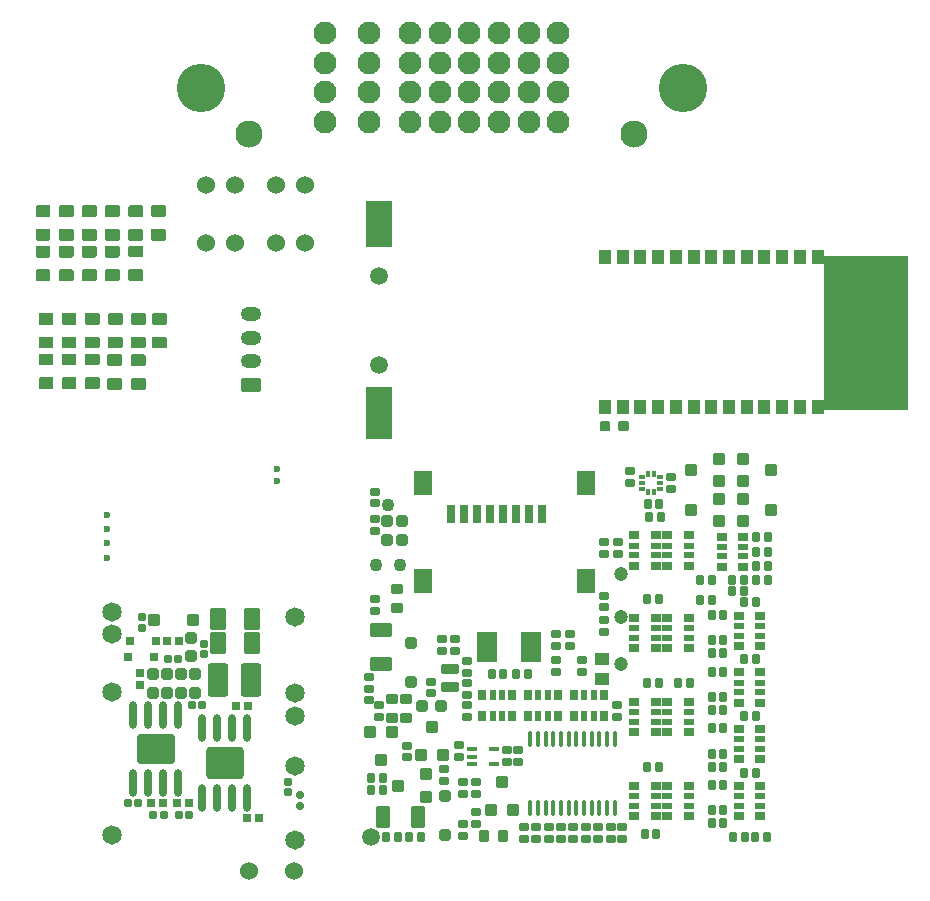
<source format=gbs>
G75*
G70*
%OFA0B0*%
%FSLAX25Y25*%
%IPPOS*%
%LPD*%
%AMOC8*
5,1,8,0,0,1.08239X$1,22.5*
%
%AMM108*
21,1,0.029530,0.026380,-0.000000,0.000000,0.000000*
21,1,0.020470,0.035430,-0.000000,0.000000,0.000000*
1,1,0.009060,0.010240,-0.013190*
1,1,0.009060,-0.010240,-0.013190*
1,1,0.009060,-0.010240,0.013190*
1,1,0.009060,0.010240,0.013190*
%
%AMM109*
21,1,0.021650,0.027950,-0.000000,0.000000,0.000000*
21,1,0.014170,0.035430,-0.000000,0.000000,0.000000*
1,1,0.007480,0.007090,-0.013980*
1,1,0.007480,-0.007090,-0.013980*
1,1,0.007480,-0.007090,0.013980*
1,1,0.007480,0.007090,0.013980*
%
%AMM112*
21,1,0.031500,0.018900,-0.000000,0.000000,180.000000*
21,1,0.022840,0.027560,-0.000000,0.000000,180.000000*
1,1,0.008660,-0.011420,0.009450*
1,1,0.008660,0.011420,0.009450*
1,1,0.008660,0.011420,-0.009450*
1,1,0.008660,-0.011420,-0.009450*
%
%AMM114*
21,1,0.031500,0.018900,-0.000000,0.000000,270.000000*
21,1,0.022840,0.027560,-0.000000,0.000000,270.000000*
1,1,0.008660,-0.009450,-0.011420*
1,1,0.008660,-0.009450,0.011420*
1,1,0.008660,0.009450,0.011420*
1,1,0.008660,0.009450,-0.011420*
%
%AMM116*
21,1,0.039370,0.030320,-0.000000,0.000000,0.000000*
21,1,0.028350,0.041340,-0.000000,0.000000,0.000000*
1,1,0.011020,0.014170,-0.015160*
1,1,0.011020,-0.014170,-0.015160*
1,1,0.011020,-0.014170,0.015160*
1,1,0.011020,0.014170,0.015160*
%
%AMM119*
21,1,0.031500,0.030710,-0.000000,0.000000,90.000000*
21,1,0.022050,0.040160,-0.000000,0.000000,90.000000*
1,1,0.009450,0.015350,0.011020*
1,1,0.009450,0.015350,-0.011020*
1,1,0.009450,-0.015350,-0.011020*
1,1,0.009450,-0.015350,0.011020*
%
%AMM137*
21,1,0.037400,0.026770,-0.000000,0.000000,180.000000*
21,1,0.026770,0.037400,-0.000000,0.000000,180.000000*
1,1,0.010630,-0.013390,0.013390*
1,1,0.010630,0.013390,0.013390*
1,1,0.010630,0.013390,-0.013390*
1,1,0.010630,-0.013390,-0.013390*
%
%AMM138*
21,1,0.029530,0.026380,-0.000000,0.000000,90.000000*
21,1,0.020470,0.035430,-0.000000,0.000000,90.000000*
1,1,0.009060,0.013190,0.010240*
1,1,0.009060,0.013190,-0.010240*
1,1,0.009060,-0.013190,-0.010240*
1,1,0.009060,-0.013190,0.010240*
%
%AMM139*
21,1,0.021650,0.027950,-0.000000,0.000000,90.000000*
21,1,0.014170,0.035430,-0.000000,0.000000,90.000000*
1,1,0.007480,0.013980,0.007090*
1,1,0.007480,0.013980,-0.007090*
1,1,0.007480,-0.013980,-0.007090*
1,1,0.007480,-0.013980,0.007090*
%
%AMM140*
21,1,0.037400,0.026770,-0.000000,0.000000,90.000000*
21,1,0.026770,0.037400,-0.000000,0.000000,90.000000*
1,1,0.010630,0.013390,0.013390*
1,1,0.010630,0.013390,-0.013390*
1,1,0.010630,-0.013390,-0.013390*
1,1,0.010630,-0.013390,0.013390*
%
%AMM141*
21,1,0.082680,0.045670,-0.000000,0.000000,270.000000*
21,1,0.067320,0.061020,-0.000000,0.000000,270.000000*
1,1,0.015350,-0.022840,-0.033660*
1,1,0.015350,-0.022840,0.033660*
1,1,0.015350,0.022840,0.033660*
1,1,0.015350,0.022840,-0.033660*
%
%AMM142*
21,1,0.062990,0.020470,-0.000000,0.000000,270.000000*
21,1,0.053940,0.029530,-0.000000,0.000000,270.000000*
1,1,0.009060,-0.010240,-0.026970*
1,1,0.009060,-0.010240,0.026970*
1,1,0.009060,0.010240,0.026970*
1,1,0.009060,0.010240,-0.026970*
%
%AMM143*
21,1,0.039370,0.030320,-0.000000,0.000000,270.000000*
21,1,0.028350,0.041340,-0.000000,0.000000,270.000000*
1,1,0.011020,-0.015160,-0.014170*
1,1,0.011020,-0.015160,0.014170*
1,1,0.011020,0.015160,0.014170*
1,1,0.011020,0.015160,-0.014170*
%
%AMM144*
21,1,0.016540,0.028980,-0.000000,0.000000,270.000000*
21,1,0.010080,0.035430,-0.000000,0.000000,270.000000*
1,1,0.006460,-0.014490,-0.005040*
1,1,0.006460,-0.014490,0.005040*
1,1,0.006460,0.014490,0.005040*
1,1,0.006460,0.014490,-0.005040*
%
%AMM145*
21,1,0.074800,0.036220,-0.000000,0.000000,90.000000*
21,1,0.061810,0.049210,-0.000000,0.000000,90.000000*
1,1,0.012990,0.018110,0.030910*
1,1,0.012990,0.018110,-0.030910*
1,1,0.012990,-0.018110,-0.030910*
1,1,0.012990,-0.018110,0.030910*
%
%AMM146*
21,1,0.039760,0.026770,-0.000000,0.000000,90.000000*
21,1,0.029130,0.037400,-0.000000,0.000000,90.000000*
1,1,0.010630,0.013390,0.014570*
1,1,0.010630,0.013390,-0.014570*
1,1,0.010630,-0.013390,-0.014570*
1,1,0.010630,-0.013390,0.014570*
%
%AMM147*
21,1,0.031500,0.049610,-0.000000,0.000000,90.000000*
21,1,0.022050,0.059060,-0.000000,0.000000,90.000000*
1,1,0.009450,0.024800,0.011020*
1,1,0.009450,0.024800,-0.011020*
1,1,0.009450,-0.024800,-0.011020*
1,1,0.009450,-0.024800,0.011020*
%
%AMM148*
21,1,0.074800,0.036220,-0.000000,0.000000,180.000000*
21,1,0.061810,0.049210,-0.000000,0.000000,180.000000*
1,1,0.012990,-0.030910,0.018110*
1,1,0.012990,0.030910,0.018110*
1,1,0.012990,0.030910,-0.018110*
1,1,0.012990,-0.030910,-0.018110*
%
%AMM149*
21,1,0.031500,0.030710,-0.000000,0.000000,180.000000*
21,1,0.022050,0.040160,-0.000000,0.000000,180.000000*
1,1,0.009450,-0.011020,0.015350*
1,1,0.009450,0.011020,0.015350*
1,1,0.009450,0.011020,-0.015350*
1,1,0.009450,-0.011020,-0.015350*
%
%AMM75*
21,1,0.041340,0.026770,0.000000,0.000000,0.000000*
21,1,0.029130,0.038980,0.000000,0.000000,0.000000*
1,1,0.012210,0.014570,-0.013390*
1,1,0.012210,-0.014570,-0.013390*
1,1,0.012210,-0.014570,0.013390*
1,1,0.012210,0.014570,0.013390*
%
%AMM76*
21,1,0.076380,0.036220,0.000000,0.000000,90.000000*
21,1,0.061810,0.050790,0.000000,0.000000,90.000000*
1,1,0.014570,0.018110,0.030910*
1,1,0.014570,0.018110,-0.030910*
1,1,0.014570,-0.018110,-0.030910*
1,1,0.014570,-0.018110,0.030910*
%
%AMM79*
21,1,0.029130,0.018900,0.000000,0.000000,90.000000*
21,1,0.018900,0.029130,0.000000,0.000000,90.000000*
1,1,0.010240,0.009450,0.009450*
1,1,0.010240,0.009450,-0.009450*
1,1,0.010240,-0.009450,-0.009450*
1,1,0.010240,-0.009450,0.009450*
%
%AMM80*
21,1,0.025200,0.019680,0.000000,0.000000,0.000000*
21,1,0.015750,0.029130,0.000000,0.000000,0.000000*
1,1,0.009450,0.007870,-0.009840*
1,1,0.009450,-0.007870,-0.009840*
1,1,0.009450,-0.007870,0.009840*
1,1,0.009450,0.007870,0.009840*
%
%AMM81*
21,1,0.025200,0.019680,0.000000,0.000000,270.000000*
21,1,0.015750,0.029130,0.000000,0.000000,270.000000*
1,1,0.009450,-0.009840,-0.007870*
1,1,0.009450,-0.009840,0.007870*
1,1,0.009450,0.009840,0.007870*
1,1,0.009450,0.009840,-0.007870*
%
%AMM87*
21,1,0.111810,0.050390,0.000000,0.000000,90.000000*
21,1,0.093700,0.068500,0.000000,0.000000,90.000000*
1,1,0.018110,0.025200,0.046850*
1,1,0.018110,0.025200,-0.046850*
1,1,0.018110,-0.025200,-0.046850*
1,1,0.018110,-0.025200,0.046850*
%
%AMM88*
21,1,0.038980,0.026770,0.000000,0.000000,270.000000*
21,1,0.026770,0.038980,0.000000,0.000000,270.000000*
1,1,0.012210,-0.013390,-0.013390*
1,1,0.012210,-0.013390,0.013390*
1,1,0.012210,0.013390,0.013390*
1,1,0.012210,0.013390,-0.013390*
%
%AMM89*
21,1,0.029130,0.018900,0.000000,0.000000,180.000000*
21,1,0.018900,0.029130,0.000000,0.000000,180.000000*
1,1,0.010240,-0.009450,0.009450*
1,1,0.010240,0.009450,0.009450*
1,1,0.010240,0.009450,-0.009450*
1,1,0.010240,-0.009450,-0.009450*
%
%AMM90*
21,1,0.127560,0.075590,0.000000,0.000000,180.000000*
21,1,0.103150,0.100000,0.000000,0.000000,180.000000*
1,1,0.024410,-0.051580,0.037800*
1,1,0.024410,0.051580,0.037800*
1,1,0.024410,0.051580,-0.037800*
1,1,0.024410,-0.051580,-0.037800*
%
%AMM91*
21,1,0.123620,0.083460,0.000000,0.000000,0.000000*
21,1,0.097240,0.109840,0.000000,0.000000,0.000000*
1,1,0.026380,0.048620,-0.041730*
1,1,0.026380,-0.048620,-0.041730*
1,1,0.026380,-0.048620,0.041730*
1,1,0.026380,0.048620,0.041730*
%
%ADD12C,0.06000*%
%ADD130C,0.04724*%
%ADD131C,0.04294*%
%ADD16O,0.06890X0.04724*%
%ADD161R,0.01772X0.01870*%
%ADD167R,0.01870X0.01772*%
%ADD17C,0.02362*%
%ADD192M75*%
%ADD193M76*%
%ADD196M79*%
%ADD197M80*%
%ADD198M81*%
%ADD199C,0.02913*%
%ADD200C,0.06457*%
%ADD207M87*%
%ADD208M88*%
%ADD209M89*%
%ADD210O,0.02520X0.09213*%
%ADD211M90*%
%ADD212M91*%
%ADD231M108*%
%ADD232M109*%
%ADD236M112*%
%ADD238M114*%
%ADD240M116*%
%ADD244M119*%
%ADD265M137*%
%ADD266M138*%
%ADD267M139*%
%ADD268M140*%
%ADD269M141*%
%ADD270M142*%
%ADD271M143*%
%ADD272M144*%
%ADD273O,0.01378X0.05354*%
%ADD274M145*%
%ADD275M146*%
%ADD276R,0.07087X0.09843*%
%ADD277M147*%
%ADD278R,0.04724X0.04331*%
%ADD279M148*%
%ADD280M149*%
%ADD30C,0.07677*%
%ADD37C,0.05906*%
%ADD52C,0.00472*%
%ADD53C,0.16142*%
%ADD54C,0.09055*%
%ADD62R,0.03937X0.05118*%
%ADD63R,0.09055X0.17323*%
%ADD64R,0.09055X0.15748*%
X0000000Y0000000D02*
%LPD*%
G01*
D52*
X0312598Y0161270D02*
X0285039Y0161270D01*
X0285039Y0212451D01*
X0312598Y0212451D01*
X0312598Y0161270D01*
G36*
X0312598Y0161270D02*
G01*
X0285039Y0161270D01*
X0285039Y0212451D01*
X0312598Y0212451D01*
X0312598Y0161270D01*
G37*
D12*
X0111811Y0236024D03*
X0111811Y0216732D03*
G36*
G01*
X0096358Y0166929D02*
X0091437Y0166929D01*
G75*
G02*
X0090453Y0167913I0000000J0000984D01*
G01*
X0090453Y0170669D01*
G75*
G02*
X0091437Y0171654I0000984J0000000D01*
G01*
X0096358Y0171654D01*
G75*
G02*
X0097343Y0170669I0000000J-000984D01*
G01*
X0097343Y0167913D01*
G75*
G02*
X0096358Y0166929I-000984J0000000D01*
G01*
G37*
D16*
X0093898Y0177165D03*
X0093898Y0185039D03*
X0093898Y0192913D03*
D53*
X0237795Y0268307D03*
D54*
X0221654Y0253150D03*
X0093307Y0253150D03*
D53*
X0077165Y0268307D03*
D30*
X0196260Y0257087D03*
X0196260Y0266929D03*
X0196260Y0276772D03*
X0196260Y0286614D03*
X0186417Y0257087D03*
X0186417Y0266929D03*
X0186417Y0276772D03*
X0186417Y0286614D03*
X0176575Y0257087D03*
X0176575Y0266929D03*
X0176575Y0276772D03*
X0176575Y0286614D03*
X0166732Y0257087D03*
X0166732Y0266929D03*
X0166732Y0276772D03*
X0166732Y0286614D03*
X0156890Y0257087D03*
X0156890Y0266929D03*
X0156890Y0276772D03*
X0156890Y0286614D03*
X0147047Y0257087D03*
X0147047Y0266929D03*
X0147047Y0276772D03*
X0147047Y0286614D03*
X0133268Y0257087D03*
X0133268Y0266929D03*
X0133268Y0276772D03*
X0133268Y0286614D03*
X0118701Y0257087D03*
X0118701Y0266929D03*
X0118701Y0276772D03*
X0118701Y0286614D03*
D12*
X0088583Y0236024D03*
X0088583Y0216732D03*
X0093287Y0007480D03*
X0108287Y0007480D03*
X0078740Y0236024D03*
X0078740Y0216732D03*
X0102362Y0236024D03*
X0102362Y0216732D03*
D17*
X0045915Y0121260D03*
X0045915Y0125984D03*
X0045915Y0116535D03*
X0045915Y0111811D03*
X0102707Y0137244D03*
X0102707Y0141181D03*
D37*
X0108563Y0091831D03*
X0108563Y0066634D03*
X0108563Y0059154D03*
X0108563Y0042224D03*
D17*
X0110335Y0032776D03*
X0110335Y0028839D03*
D37*
X0108563Y0017618D03*
X0047539Y0093602D03*
X0047539Y0086319D03*
X0047539Y0066831D03*
X0047539Y0019390D03*
G36*
G01*
X0057579Y0203996D02*
X0053445Y0203996D01*
G75*
G02*
X0053051Y0204390I0000000J0000394D01*
G01*
X0053051Y0207539D01*
G75*
G02*
X0053445Y0207933I0000394J0000000D01*
G01*
X0057579Y0207933D01*
G75*
G02*
X0057973Y0207539I0000000J-000394D01*
G01*
X0057973Y0204390D01*
G75*
G02*
X0057579Y0203996I-000394J0000000D01*
G01*
G37*
G36*
G01*
X0057579Y0211870D02*
X0053445Y0211870D01*
G75*
G02*
X0053051Y0212264I0000000J0000394D01*
G01*
X0053051Y0215413D01*
G75*
G02*
X0053445Y0215807I0000394J0000000D01*
G01*
X0057579Y0215807D01*
G75*
G02*
X0057973Y0215413I0000000J-000394D01*
G01*
X0057973Y0212264D01*
G75*
G02*
X0057579Y0211870I-000394J0000000D01*
G01*
G37*
G36*
G01*
X0042028Y0203937D02*
X0037894Y0203937D01*
G75*
G02*
X0037500Y0204331I0000000J0000394D01*
G01*
X0037500Y0207480D01*
G75*
G02*
X0037894Y0207874I0000394J0000000D01*
G01*
X0042028Y0207874D01*
G75*
G02*
X0042421Y0207480I0000000J-000394D01*
G01*
X0042421Y0204331D01*
G75*
G02*
X0042028Y0203937I-000394J0000000D01*
G01*
G37*
G36*
G01*
X0042028Y0211811D02*
X0037894Y0211811D01*
G75*
G02*
X0037500Y0212205I0000000J0000394D01*
G01*
X0037500Y0215354D01*
G75*
G02*
X0037894Y0215748I0000394J0000000D01*
G01*
X0042028Y0215748D01*
G75*
G02*
X0042421Y0215354I0000000J-000394D01*
G01*
X0042421Y0212205D01*
G75*
G02*
X0042028Y0211811I-000394J0000000D01*
G01*
G37*
G36*
G01*
X0037894Y0229252D02*
X0042028Y0229252D01*
G75*
G02*
X0042421Y0228858I0000000J-000394D01*
G01*
X0042421Y0225709D01*
G75*
G02*
X0042028Y0225315I-000394J0000000D01*
G01*
X0037894Y0225315D01*
G75*
G02*
X0037500Y0225709I0000000J0000394D01*
G01*
X0037500Y0228858D01*
G75*
G02*
X0037894Y0229252I0000394J0000000D01*
G01*
G37*
G36*
G01*
X0037894Y0221378D02*
X0042028Y0221378D01*
G75*
G02*
X0042421Y0220984I0000000J-000394D01*
G01*
X0042421Y0217835D01*
G75*
G02*
X0042028Y0217441I-000394J0000000D01*
G01*
X0037894Y0217441D01*
G75*
G02*
X0037500Y0217835I0000000J0000394D01*
G01*
X0037500Y0220984D01*
G75*
G02*
X0037894Y0221378I0000394J0000000D01*
G01*
G37*
G36*
G01*
X0038878Y0193307D02*
X0043012Y0193307D01*
G75*
G02*
X0043406Y0192913I0000000J-000394D01*
G01*
X0043406Y0189764D01*
G75*
G02*
X0043012Y0189370I-000394J0000000D01*
G01*
X0038878Y0189370D01*
G75*
G02*
X0038484Y0189764I0000000J0000394D01*
G01*
X0038484Y0192913D01*
G75*
G02*
X0038878Y0193307I0000394J0000000D01*
G01*
G37*
G36*
G01*
X0038878Y0185433D02*
X0043012Y0185433D01*
G75*
G02*
X0043406Y0185039I0000000J-000394D01*
G01*
X0043406Y0181890D01*
G75*
G02*
X0043012Y0181496I-000394J0000000D01*
G01*
X0038878Y0181496D01*
G75*
G02*
X0038484Y0181890I0000000J0000394D01*
G01*
X0038484Y0185039D01*
G75*
G02*
X0038878Y0185433I0000394J0000000D01*
G01*
G37*
D62*
X0282776Y0161860D03*
X0276870Y0161860D03*
X0270965Y0161860D03*
X0265059Y0161860D03*
X0259154Y0161860D03*
X0253248Y0161860D03*
X0247343Y0161860D03*
X0241437Y0161860D03*
X0235531Y0161860D03*
X0229626Y0161860D03*
X0223720Y0161860D03*
X0217815Y0161860D03*
X0211909Y0161860D03*
X0211909Y0211860D03*
X0217815Y0211860D03*
X0223720Y0211860D03*
X0229626Y0211860D03*
X0235531Y0211860D03*
X0241437Y0211860D03*
X0247343Y0211860D03*
X0253248Y0211860D03*
X0259154Y0211860D03*
X0265059Y0211860D03*
X0270965Y0211860D03*
X0276870Y0211860D03*
X0282776Y0211860D03*
G36*
G01*
X0210177Y0154173D02*
X0210177Y0156850D01*
G75*
G02*
X0210512Y0157185I0000335J0000000D01*
G01*
X0213189Y0157185D01*
G75*
G02*
X0213524Y0156850I0000000J-000335D01*
G01*
X0213524Y0154173D01*
G75*
G02*
X0213189Y0153839I-000335J0000000D01*
G01*
X0210512Y0153839D01*
G75*
G02*
X0210177Y0154173I0000000J0000335D01*
G01*
G37*
G36*
G01*
X0216398Y0154173D02*
X0216398Y0156850D01*
G75*
G02*
X0216732Y0157185I0000335J0000000D01*
G01*
X0219409Y0157185D01*
G75*
G02*
X0219744Y0156850I0000000J-000335D01*
G01*
X0219744Y0154173D01*
G75*
G02*
X0219409Y0153839I-000335J0000000D01*
G01*
X0216732Y0153839D01*
G75*
G02*
X0216398Y0154173I0000000J0000335D01*
G01*
G37*
G36*
G01*
X0043012Y0167992D02*
X0038878Y0167992D01*
G75*
G02*
X0038484Y0168386I0000000J0000394D01*
G01*
X0038484Y0171535D01*
G75*
G02*
X0038878Y0171929I0000394J0000000D01*
G01*
X0043012Y0171929D01*
G75*
G02*
X0043406Y0171535I0000000J-000394D01*
G01*
X0043406Y0168386D01*
G75*
G02*
X0043012Y0167992I-000394J0000000D01*
G01*
G37*
G36*
G01*
X0043012Y0175866D02*
X0038878Y0175866D01*
G75*
G02*
X0038484Y0176260I0000000J0000394D01*
G01*
X0038484Y0179409D01*
G75*
G02*
X0038878Y0179803I0000394J0000000D01*
G01*
X0043012Y0179803D01*
G75*
G02*
X0043406Y0179409I0000000J-000394D01*
G01*
X0043406Y0176260D01*
G75*
G02*
X0043012Y0175866I-000394J0000000D01*
G01*
G37*
G36*
G01*
X0035335Y0167992D02*
X0031201Y0167992D01*
G75*
G02*
X0030807Y0168386I0000000J0000394D01*
G01*
X0030807Y0171535D01*
G75*
G02*
X0031201Y0171929I0000394J0000000D01*
G01*
X0035335Y0171929D01*
G75*
G02*
X0035728Y0171535I0000000J-000394D01*
G01*
X0035728Y0168386D01*
G75*
G02*
X0035335Y0167992I-000394J0000000D01*
G01*
G37*
G36*
G01*
X0035335Y0175866D02*
X0031201Y0175866D01*
G75*
G02*
X0030807Y0176260I0000000J0000394D01*
G01*
X0030807Y0179409D01*
G75*
G02*
X0031201Y0179803I0000394J0000000D01*
G01*
X0035335Y0179803D01*
G75*
G02*
X0035728Y0179409I0000000J-000394D01*
G01*
X0035728Y0176260D01*
G75*
G02*
X0035335Y0175866I-000394J0000000D01*
G01*
G37*
G36*
G01*
X0026673Y0203937D02*
X0022540Y0203937D01*
G75*
G02*
X0022146Y0204331I0000000J0000394D01*
G01*
X0022146Y0207480D01*
G75*
G02*
X0022540Y0207874I0000394J0000000D01*
G01*
X0026673Y0207874D01*
G75*
G02*
X0027067Y0207480I0000000J-000394D01*
G01*
X0027067Y0204331D01*
G75*
G02*
X0026673Y0203937I-000394J0000000D01*
G01*
G37*
G36*
G01*
X0026673Y0211811D02*
X0022540Y0211811D01*
G75*
G02*
X0022146Y0212205I0000000J0000394D01*
G01*
X0022146Y0215354D01*
G75*
G02*
X0022540Y0215748I0000394J0000000D01*
G01*
X0026673Y0215748D01*
G75*
G02*
X0027067Y0215354I0000000J-000394D01*
G01*
X0027067Y0212205D01*
G75*
G02*
X0026673Y0211811I-000394J0000000D01*
G01*
G37*
G36*
G01*
X0049705Y0203937D02*
X0045571Y0203937D01*
G75*
G02*
X0045177Y0204331I0000000J0000394D01*
G01*
X0045177Y0207480D01*
G75*
G02*
X0045571Y0207874I0000394J0000000D01*
G01*
X0049705Y0207874D01*
G75*
G02*
X0050098Y0207480I0000000J-000394D01*
G01*
X0050098Y0204331D01*
G75*
G02*
X0049705Y0203937I-000394J0000000D01*
G01*
G37*
G36*
G01*
X0049705Y0211811D02*
X0045571Y0211811D01*
G75*
G02*
X0045177Y0212205I0000000J0000394D01*
G01*
X0045177Y0215354D01*
G75*
G02*
X0045571Y0215748I0000394J0000000D01*
G01*
X0049705Y0215748D01*
G75*
G02*
X0050098Y0215354I0000000J-000394D01*
G01*
X0050098Y0212205D01*
G75*
G02*
X0049705Y0211811I-000394J0000000D01*
G01*
G37*
G36*
G01*
X0034351Y0203937D02*
X0030217Y0203937D01*
G75*
G02*
X0029823Y0204331I0000000J0000394D01*
G01*
X0029823Y0207480D01*
G75*
G02*
X0030217Y0207874I0000394J0000000D01*
G01*
X0034351Y0207874D01*
G75*
G02*
X0034744Y0207480I0000000J-000394D01*
G01*
X0034744Y0204331D01*
G75*
G02*
X0034351Y0203937I-000394J0000000D01*
G01*
G37*
G36*
G01*
X0034351Y0211811D02*
X0030217Y0211811D01*
G75*
G02*
X0029823Y0212205I0000000J0000394D01*
G01*
X0029823Y0215354D01*
G75*
G02*
X0030217Y0215748I0000394J0000000D01*
G01*
X0034351Y0215748D01*
G75*
G02*
X0034744Y0215354I0000000J-000394D01*
G01*
X0034744Y0212205D01*
G75*
G02*
X0034351Y0211811I-000394J0000000D01*
G01*
G37*
G36*
G01*
X0060926Y0229252D02*
X0065059Y0229252D01*
G75*
G02*
X0065453Y0228858I0000000J-000394D01*
G01*
X0065453Y0225709D01*
G75*
G02*
X0065059Y0225315I-000394J0000000D01*
G01*
X0060926Y0225315D01*
G75*
G02*
X0060532Y0225709I0000000J0000394D01*
G01*
X0060532Y0228858D01*
G75*
G02*
X0060926Y0229252I0000394J0000000D01*
G01*
G37*
G36*
G01*
X0060926Y0221378D02*
X0065059Y0221378D01*
G75*
G02*
X0065453Y0220984I0000000J-000394D01*
G01*
X0065453Y0217835D01*
G75*
G02*
X0065059Y0217441I-000394J0000000D01*
G01*
X0060926Y0217441D01*
G75*
G02*
X0060532Y0217835I0000000J0000394D01*
G01*
X0060532Y0220984D01*
G75*
G02*
X0060926Y0221378I0000394J0000000D01*
G01*
G37*
G36*
G01*
X0023524Y0193307D02*
X0027658Y0193307D01*
G75*
G02*
X0028051Y0192913I0000000J-000394D01*
G01*
X0028051Y0189764D01*
G75*
G02*
X0027658Y0189370I-000394J0000000D01*
G01*
X0023524Y0189370D01*
G75*
G02*
X0023130Y0189764I0000000J0000394D01*
G01*
X0023130Y0192913D01*
G75*
G02*
X0023524Y0193307I0000394J0000000D01*
G01*
G37*
G36*
G01*
X0023524Y0185433D02*
X0027658Y0185433D01*
G75*
G02*
X0028051Y0185039I0000000J-000394D01*
G01*
X0028051Y0181890D01*
G75*
G02*
X0027658Y0181496I-000394J0000000D01*
G01*
X0023524Y0181496D01*
G75*
G02*
X0023130Y0181890I0000000J0000394D01*
G01*
X0023130Y0185039D01*
G75*
G02*
X0023524Y0185433I0000394J0000000D01*
G01*
G37*
G36*
G01*
X0027658Y0167992D02*
X0023524Y0167992D01*
G75*
G02*
X0023130Y0168386I0000000J0000394D01*
G01*
X0023130Y0171535D01*
G75*
G02*
X0023524Y0171929I0000394J0000000D01*
G01*
X0027658Y0171929D01*
G75*
G02*
X0028051Y0171535I0000000J-000394D01*
G01*
X0028051Y0168386D01*
G75*
G02*
X0027658Y0167992I-000394J0000000D01*
G01*
G37*
G36*
G01*
X0027658Y0175866D02*
X0023524Y0175866D01*
G75*
G02*
X0023130Y0176260I0000000J0000394D01*
G01*
X0023130Y0179409D01*
G75*
G02*
X0023524Y0179803I0000394J0000000D01*
G01*
X0027658Y0179803D01*
G75*
G02*
X0028051Y0179409I0000000J-000394D01*
G01*
X0028051Y0176260D01*
G75*
G02*
X0027658Y0175866I-000394J0000000D01*
G01*
G37*
G36*
G01*
X0054232Y0193307D02*
X0058366Y0193307D01*
G75*
G02*
X0058760Y0192913I0000000J-000394D01*
G01*
X0058760Y0189764D01*
G75*
G02*
X0058366Y0189370I-000394J0000000D01*
G01*
X0054232Y0189370D01*
G75*
G02*
X0053838Y0189764I0000000J0000394D01*
G01*
X0053838Y0192913D01*
G75*
G02*
X0054232Y0193307I0000394J0000000D01*
G01*
G37*
G36*
G01*
X0054232Y0185433D02*
X0058366Y0185433D01*
G75*
G02*
X0058760Y0185039I0000000J-000394D01*
G01*
X0058760Y0181890D01*
G75*
G02*
X0058366Y0181496I-000394J0000000D01*
G01*
X0054232Y0181496D01*
G75*
G02*
X0053838Y0181890I0000000J0000394D01*
G01*
X0053838Y0185039D01*
G75*
G02*
X0054232Y0185433I0000394J0000000D01*
G01*
G37*
D37*
X0136614Y0175984D03*
X0136614Y0205511D03*
D63*
X0136614Y0159842D03*
D64*
X0136614Y0222834D03*
G36*
G01*
X0058366Y0167717D02*
X0054232Y0167717D01*
G75*
G02*
X0053839Y0168110I0000000J0000394D01*
G01*
X0053839Y0171260D01*
G75*
G02*
X0054232Y0171654I0000394J0000000D01*
G01*
X0058366Y0171654D01*
G75*
G02*
X0058760Y0171260I0000000J-000394D01*
G01*
X0058760Y0168110D01*
G75*
G02*
X0058366Y0167717I-000394J0000000D01*
G01*
G37*
G36*
G01*
X0058366Y0175591D02*
X0054232Y0175591D01*
G75*
G02*
X0053839Y0175984I0000000J0000394D01*
G01*
X0053839Y0179134D01*
G75*
G02*
X0054232Y0179528I0000394J0000000D01*
G01*
X0058366Y0179528D01*
G75*
G02*
X0058760Y0179134I0000000J-000394D01*
G01*
X0058760Y0175984D01*
G75*
G02*
X0058366Y0175591I-000394J0000000D01*
G01*
G37*
G36*
G01*
X0061319Y0193307D02*
X0065453Y0193307D01*
G75*
G02*
X0065846Y0192913I0000000J-000394D01*
G01*
X0065846Y0189764D01*
G75*
G02*
X0065453Y0189370I-000394J0000000D01*
G01*
X0061319Y0189370D01*
G75*
G02*
X0060925Y0189764I0000000J0000394D01*
G01*
X0060925Y0192913D01*
G75*
G02*
X0061319Y0193307I0000394J0000000D01*
G01*
G37*
G36*
G01*
X0061319Y0185433D02*
X0065453Y0185433D01*
G75*
G02*
X0065846Y0185039I0000000J-000394D01*
G01*
X0065846Y0181890D01*
G75*
G02*
X0065453Y0181496I-000394J0000000D01*
G01*
X0061319Y0181496D01*
G75*
G02*
X0060925Y0181890I0000000J0000394D01*
G01*
X0060925Y0185039D01*
G75*
G02*
X0061319Y0185433I0000394J0000000D01*
G01*
G37*
G36*
G01*
X0046555Y0193307D02*
X0050689Y0193307D01*
G75*
G02*
X0051083Y0192913I0000000J-000394D01*
G01*
X0051083Y0189764D01*
G75*
G02*
X0050689Y0189370I-000394J0000000D01*
G01*
X0046555Y0189370D01*
G75*
G02*
X0046161Y0189764I0000000J0000394D01*
G01*
X0046161Y0192913D01*
G75*
G02*
X0046555Y0193307I0000394J0000000D01*
G01*
G37*
G36*
G01*
X0046555Y0185433D02*
X0050689Y0185433D01*
G75*
G02*
X0051083Y0185039I0000000J-000394D01*
G01*
X0051083Y0181890D01*
G75*
G02*
X0050689Y0181496I-000394J0000000D01*
G01*
X0046555Y0181496D01*
G75*
G02*
X0046161Y0181890I0000000J0000394D01*
G01*
X0046161Y0185039D01*
G75*
G02*
X0046555Y0185433I0000394J0000000D01*
G01*
G37*
G36*
G01*
X0050492Y0167717D02*
X0046358Y0167717D01*
G75*
G02*
X0045965Y0168110I0000000J0000394D01*
G01*
X0045965Y0171260D01*
G75*
G02*
X0046358Y0171654I0000394J0000000D01*
G01*
X0050492Y0171654D01*
G75*
G02*
X0050886Y0171260I0000000J-000394D01*
G01*
X0050886Y0168110D01*
G75*
G02*
X0050492Y0167717I-000394J0000000D01*
G01*
G37*
G36*
G01*
X0050492Y0175591D02*
X0046358Y0175591D01*
G75*
G02*
X0045965Y0175984I0000000J0000394D01*
G01*
X0045965Y0179134D01*
G75*
G02*
X0046358Y0179528I0000394J0000000D01*
G01*
X0050492Y0179528D01*
G75*
G02*
X0050886Y0179134I0000000J-000394D01*
G01*
X0050886Y0175984D01*
G75*
G02*
X0050492Y0175591I-000394J0000000D01*
G01*
G37*
G36*
G01*
X0022540Y0229252D02*
X0026673Y0229252D01*
G75*
G02*
X0027067Y0228858I0000000J-000394D01*
G01*
X0027067Y0225709D01*
G75*
G02*
X0026673Y0225315I-000394J0000000D01*
G01*
X0022540Y0225315D01*
G75*
G02*
X0022146Y0225709I0000000J0000394D01*
G01*
X0022146Y0228858D01*
G75*
G02*
X0022540Y0229252I0000394J0000000D01*
G01*
G37*
G36*
G01*
X0022540Y0221378D02*
X0026673Y0221378D01*
G75*
G02*
X0027067Y0220984I0000000J-000394D01*
G01*
X0027067Y0217835D01*
G75*
G02*
X0026673Y0217441I-000394J0000000D01*
G01*
X0022540Y0217441D01*
G75*
G02*
X0022146Y0217835I0000000J0000394D01*
G01*
X0022146Y0220984D01*
G75*
G02*
X0022540Y0221378I0000394J0000000D01*
G01*
G37*
G36*
G01*
X0045571Y0229252D02*
X0049705Y0229252D01*
G75*
G02*
X0050098Y0228858I0000000J-000394D01*
G01*
X0050098Y0225709D01*
G75*
G02*
X0049705Y0225315I-000394J0000000D01*
G01*
X0045571Y0225315D01*
G75*
G02*
X0045177Y0225709I0000000J0000394D01*
G01*
X0045177Y0228858D01*
G75*
G02*
X0045571Y0229252I0000394J0000000D01*
G01*
G37*
G36*
G01*
X0045571Y0221378D02*
X0049705Y0221378D01*
G75*
G02*
X0050098Y0220984I0000000J-000394D01*
G01*
X0050098Y0217835D01*
G75*
G02*
X0049705Y0217441I-000394J0000000D01*
G01*
X0045571Y0217441D01*
G75*
G02*
X0045177Y0217835I0000000J0000394D01*
G01*
X0045177Y0220984D01*
G75*
G02*
X0045571Y0221378I0000394J0000000D01*
G01*
G37*
G36*
G01*
X0030217Y0229252D02*
X0034351Y0229252D01*
G75*
G02*
X0034744Y0228858I0000000J-000394D01*
G01*
X0034744Y0225709D01*
G75*
G02*
X0034351Y0225315I-000394J0000000D01*
G01*
X0030217Y0225315D01*
G75*
G02*
X0029823Y0225709I0000000J0000394D01*
G01*
X0029823Y0228858D01*
G75*
G02*
X0030217Y0229252I0000394J0000000D01*
G01*
G37*
G36*
G01*
X0030217Y0221378D02*
X0034351Y0221378D01*
G75*
G02*
X0034744Y0220984I0000000J-000394D01*
G01*
X0034744Y0217835D01*
G75*
G02*
X0034351Y0217441I-000394J0000000D01*
G01*
X0030217Y0217441D01*
G75*
G02*
X0029823Y0217835I0000000J0000394D01*
G01*
X0029823Y0220984D01*
G75*
G02*
X0030217Y0221378I0000394J0000000D01*
G01*
G37*
G36*
G01*
X0053445Y0229193D02*
X0057579Y0229193D01*
G75*
G02*
X0057973Y0228799I0000000J-000394D01*
G01*
X0057973Y0225650D01*
G75*
G02*
X0057579Y0225256I-000394J0000000D01*
G01*
X0053445Y0225256D01*
G75*
G02*
X0053051Y0225650I0000000J0000394D01*
G01*
X0053051Y0228799D01*
G75*
G02*
X0053445Y0229193I0000394J0000000D01*
G01*
G37*
G36*
G01*
X0053445Y0221319D02*
X0057579Y0221319D01*
G75*
G02*
X0057973Y0220925I0000000J-000394D01*
G01*
X0057973Y0217776D01*
G75*
G02*
X0057579Y0217382I-000394J0000000D01*
G01*
X0053445Y0217382D01*
G75*
G02*
X0053051Y0217776I0000000J0000394D01*
G01*
X0053051Y0220925D01*
G75*
G02*
X0053445Y0221319I0000394J0000000D01*
G01*
G37*
G36*
G01*
X0031201Y0193307D02*
X0035335Y0193307D01*
G75*
G02*
X0035728Y0192913I0000000J-000394D01*
G01*
X0035728Y0189764D01*
G75*
G02*
X0035335Y0189370I-000394J0000000D01*
G01*
X0031201Y0189370D01*
G75*
G02*
X0030807Y0189764I0000000J0000394D01*
G01*
X0030807Y0192913D01*
G75*
G02*
X0031201Y0193307I0000394J0000000D01*
G01*
G37*
G36*
G01*
X0031201Y0185433D02*
X0035335Y0185433D01*
G75*
G02*
X0035728Y0185039I0000000J-000394D01*
G01*
X0035728Y0181890D01*
G75*
G02*
X0035335Y0181496I-000394J0000000D01*
G01*
X0031201Y0181496D01*
G75*
G02*
X0030807Y0181890I0000000J0000394D01*
G01*
X0030807Y0185039D01*
G75*
G02*
X0031201Y0185433I0000394J0000000D01*
G01*
G37*
X0271260Y0014173D02*
G01*
G75*
D231*
X0186221Y0066142D02*
D03*
X0211516Y0066142D02*
D03*
X0196260Y0066142D02*
D03*
X0201476Y0066142D02*
D03*
X0170965Y0059055D02*
D03*
X0170965Y0066142D02*
D03*
X0181004Y0066142D02*
D03*
X0181004Y0059055D02*
D03*
X0211516Y0059055D02*
D03*
X0201476Y0059055D02*
D03*
X0196260Y0059055D02*
D03*
X0186221Y0059055D02*
D03*
D232*
X0189666Y0066142D02*
D03*
X0204921Y0066142D02*
D03*
X0192815Y0066142D02*
D03*
X0208071Y0066142D02*
D03*
X0177559Y0066142D02*
D03*
X0174410Y0066142D02*
D03*
X0174410Y0059055D02*
D03*
X0177559Y0059055D02*
D03*
X0204921Y0059055D02*
D03*
X0208071Y0059055D02*
D03*
X0189666Y0059055D02*
D03*
X0192815Y0059055D02*
D03*
D236*
X0133071Y0068110D02*
D03*
X0133071Y0064173D02*
D03*
X0136614Y0062598D02*
D03*
X0136614Y0058661D02*
D03*
X0153937Y0070472D02*
D03*
X0153937Y0066535D02*
D03*
X0211639Y0099125D02*
D03*
X0211639Y0095188D02*
D03*
X0211639Y0090929D02*
D03*
X0211639Y0086992D02*
D03*
X0179172Y0047607D02*
D03*
X0179172Y0043670D02*
D03*
X0182895Y0047607D02*
D03*
X0182895Y0043670D02*
D03*
X0146063Y0045191D02*
D03*
X0146063Y0049128D02*
D03*
X0135130Y0133825D02*
D03*
X0135369Y0098077D02*
D03*
X0211639Y0112992D02*
D03*
X0157481Y0080708D02*
D03*
X0161811Y0080708D02*
D03*
X0166030Y0077278D02*
D03*
X0165975Y0066001D02*
D03*
X0195635Y0086417D02*
D03*
X0195635Y0077628D02*
D03*
X0204120Y0073691D02*
D03*
X0233986Y0138608D02*
D03*
X0216142Y0112992D02*
D03*
X0133071Y0072047D02*
D03*
X0166066Y0058661D02*
D03*
X0164668Y0037008D02*
D03*
X0164668Y0022943D02*
D03*
X0168898Y0037008D02*
D03*
X0168898Y0022943D02*
D03*
X0215806Y0062646D02*
D03*
X0217717Y0018110D02*
D03*
X0157481Y0084645D02*
D03*
X0195635Y0073691D02*
D03*
X0195635Y0082480D02*
D03*
X0200123Y0082480D02*
D03*
X0200123Y0086417D02*
D03*
X0220079Y0140551D02*
D03*
X0220079Y0136614D02*
D03*
X0233986Y0134671D02*
D03*
X0163162Y0049226D02*
D03*
X0163162Y0045289D02*
D03*
X0164668Y0019005D02*
D03*
X0166066Y0062598D02*
D03*
X0204120Y0077628D02*
D03*
X0165975Y0069938D02*
D03*
X0166030Y0073341D02*
D03*
X0168898Y0033071D02*
D03*
X0215806Y0058709D02*
D03*
X0217717Y0022047D02*
D03*
X0135369Y0094140D02*
D03*
X0133071Y0068110D02*
D03*
X0158095Y0041338D02*
D03*
X0158095Y0037401D02*
D03*
X0164668Y0033071D02*
D03*
X0216142Y0116929D02*
D03*
X0211639Y0116929D02*
D03*
X0161811Y0084645D02*
D03*
X0135130Y0129888D02*
D03*
X0135130Y0120572D02*
D03*
X0135130Y0124509D02*
D03*
X0168898Y0026880D02*
D03*
X0213780Y0018110D02*
D03*
X0213780Y0022047D02*
D03*
X0201378Y0018110D02*
D03*
X0201378Y0022047D02*
D03*
X0197244Y0018110D02*
D03*
X0197244Y0022047D02*
D03*
X0188976Y0018110D02*
D03*
X0188976Y0022047D02*
D03*
X0193110Y0018110D02*
D03*
X0193110Y0022047D02*
D03*
X0184843Y0018110D02*
D03*
X0184843Y0022047D02*
D03*
X0205512Y0018110D02*
D03*
X0205512Y0022047D02*
D03*
X0209646Y0018110D02*
D03*
X0209646Y0022047D02*
D03*
D238*
X0182284Y0073100D02*
D03*
X0178051Y0073100D02*
D03*
X0266142Y0118504D02*
D03*
X0266142Y0113779D02*
D03*
X0266142Y0109055D02*
D03*
X0266142Y0104331D02*
D03*
X0137795Y0034252D02*
D03*
X0137795Y0038386D02*
D03*
X0230016Y0129566D02*
D03*
X0226079Y0129566D02*
D03*
X0138977Y0018637D02*
D03*
X0142913Y0018637D02*
D03*
X0174114Y0073100D02*
D03*
X0186221Y0073100D02*
D03*
X0230512Y0125394D02*
D03*
X0226575Y0125394D02*
D03*
X0258288Y0100621D02*
D03*
X0254351Y0100621D02*
D03*
X0254351Y0104331D02*
D03*
X0258288Y0104331D02*
D03*
X0243701Y0104331D02*
D03*
X0247638Y0104331D02*
D03*
X0262205Y0104331D02*
D03*
X0262205Y0109055D02*
D03*
X0262205Y0118504D02*
D03*
X0262205Y0113779D02*
D03*
X0229011Y0019672D02*
D03*
X0225074Y0019672D02*
D03*
X0225984Y0069882D02*
D03*
X0229921Y0069882D02*
D03*
X0236221Y0069882D02*
D03*
X0240158Y0069882D02*
D03*
X0225984Y0041929D02*
D03*
X0229921Y0041929D02*
D03*
X0251378Y0065354D02*
D03*
X0247441Y0065354D02*
D03*
X0251378Y0036024D02*
D03*
X0247441Y0036024D02*
D03*
X0251378Y0023228D02*
D03*
X0247441Y0023228D02*
D03*
X0258288Y0040120D02*
D03*
X0262225Y0040120D02*
D03*
X0258662Y0018504D02*
D03*
X0254725Y0018504D02*
D03*
X0261811Y0018701D02*
D03*
X0265748Y0018701D02*
D03*
X0150503Y0018637D02*
D03*
X0146566Y0018637D02*
D03*
X0133858Y0034252D02*
D03*
X0133858Y0038386D02*
D03*
X0247441Y0042126D02*
D03*
X0251378Y0042126D02*
D03*
X0247441Y0046456D02*
D03*
X0251378Y0046456D02*
D03*
X0247441Y0054921D02*
D03*
X0251378Y0054921D02*
D03*
X0262225Y0059087D02*
D03*
X0258288Y0059087D02*
D03*
X0229921Y0097834D02*
D03*
X0225984Y0097834D02*
D03*
X0247441Y0027559D02*
D03*
X0251378Y0027559D02*
D03*
X0262225Y0077930D02*
D03*
X0258288Y0077930D02*
D03*
X0247441Y0073819D02*
D03*
X0251378Y0073819D02*
D03*
X0247441Y0061024D02*
D03*
X0251378Y0061024D02*
D03*
X0262225Y0096910D02*
D03*
X0258288Y0096910D02*
D03*
X0247441Y0092717D02*
D03*
X0251378Y0092717D02*
D03*
X0247441Y0084252D02*
D03*
X0251378Y0084252D02*
D03*
X0247441Y0079921D02*
D03*
X0251378Y0079921D02*
D03*
X0243701Y0097698D02*
D03*
X0247638Y0097698D02*
D03*
D240*
X0141004Y0053730D02*
D03*
X0150479Y0045990D02*
D03*
X0173849Y0027657D02*
D03*
D244*
X0142421Y0101378D02*
D03*
X0142421Y0095078D02*
D03*
X0141043Y0064764D02*
D03*
X0141043Y0058464D02*
D03*
X0145669Y0064764D02*
D03*
X0145669Y0058464D02*
D03*
D240*
X0177590Y0036909D02*
D03*
X0157959Y0045990D02*
D03*
X0154219Y0055242D02*
D03*
X0133524Y0053730D02*
D03*
X0137264Y0044478D02*
D03*
X0181330Y0027657D02*
D03*
D130*
X0217126Y0092086D02*
D03*
X0217126Y0106299D02*
D03*
X0217126Y0076299D02*
D03*
D131*
X0139567Y0129291D02*
D03*
X0143567Y0109291D02*
D03*
X0135567Y0109291D02*
D03*
D37*
X0133858Y0018504D02*
D03*
D265*
X0150866Y0062204D02*
D03*
X0157087Y0062204D02*
D03*
D266*
X0221654Y0091634D02*
D03*
X0228740Y0091634D02*
D03*
X0228740Y0081594D02*
D03*
X0221654Y0081594D02*
D03*
X0228740Y0063681D02*
D03*
X0228740Y0035728D02*
D03*
X0232677Y0053642D02*
D03*
X0257874Y0108760D02*
D03*
X0250788Y0108760D02*
D03*
X0250788Y0118799D02*
D03*
X0257874Y0118799D02*
D03*
X0239764Y0025689D02*
D03*
X0232677Y0025689D02*
D03*
X0232677Y0035728D02*
D03*
X0239764Y0035728D02*
D03*
X0221654Y0035728D02*
D03*
X0228740Y0025689D02*
D03*
X0221654Y0025689D02*
D03*
X0239764Y0053642D02*
D03*
X0232677Y0063681D02*
D03*
X0239764Y0063681D02*
D03*
X0221654Y0063681D02*
D03*
X0228740Y0053642D02*
D03*
X0221654Y0053642D02*
D03*
X0263583Y0054626D02*
D03*
X0256496Y0054626D02*
D03*
X0256496Y0044586D02*
D03*
X0263583Y0044586D02*
D03*
X0263583Y0035728D02*
D03*
X0256496Y0035728D02*
D03*
X0256496Y0025689D02*
D03*
X0263583Y0025689D02*
D03*
X0263583Y0073524D02*
D03*
X0256496Y0073524D02*
D03*
X0256496Y0063484D02*
D03*
X0263583Y0063484D02*
D03*
X0263583Y0092421D02*
D03*
X0256496Y0092421D02*
D03*
X0256496Y0082382D02*
D03*
X0263583Y0082382D02*
D03*
X0239764Y0091634D02*
D03*
X0232677Y0091634D02*
D03*
X0232677Y0081594D02*
D03*
X0239764Y0081594D02*
D03*
X0239764Y0119193D02*
D03*
X0232677Y0119193D02*
D03*
X0232677Y0109153D02*
D03*
X0239764Y0109153D02*
D03*
X0221654Y0109153D02*
D03*
X0228740Y0109153D02*
D03*
X0228740Y0119193D02*
D03*
X0221654Y0119193D02*
D03*
D267*
X0228740Y0085039D02*
D03*
X0228740Y0088189D02*
D03*
X0221654Y0088189D02*
D03*
X0221654Y0085039D02*
D03*
X0228740Y0060236D02*
D03*
X0228740Y0032283D02*
D03*
X0232677Y0057086D02*
D03*
X0250788Y0115354D02*
D03*
X0250788Y0112205D02*
D03*
X0257874Y0112205D02*
D03*
X0257874Y0115354D02*
D03*
X0232677Y0032283D02*
D03*
X0232677Y0029134D02*
D03*
X0239764Y0029134D02*
D03*
X0239764Y0032283D02*
D03*
X0228740Y0029134D02*
D03*
X0221654Y0032283D02*
D03*
X0221654Y0029134D02*
D03*
X0232677Y0060236D02*
D03*
X0239764Y0057086D02*
D03*
X0239764Y0060236D02*
D03*
X0228740Y0057087D02*
D03*
X0221654Y0060236D02*
D03*
X0221654Y0057087D02*
D03*
X0263583Y0051181D02*
D03*
X0263583Y0048031D02*
D03*
X0256496Y0048031D02*
D03*
X0256496Y0051181D02*
D03*
X0263583Y0032284D02*
D03*
X0263583Y0029134D02*
D03*
X0256496Y0029134D02*
D03*
X0256496Y0032284D02*
D03*
X0263583Y0070079D02*
D03*
X0263583Y0066929D02*
D03*
X0256496Y0066929D02*
D03*
X0256496Y0070079D02*
D03*
X0263583Y0088976D02*
D03*
X0263583Y0085827D02*
D03*
X0256496Y0085827D02*
D03*
X0256496Y0088976D02*
D03*
X0239764Y0088189D02*
D03*
X0239764Y0085039D02*
D03*
X0232677Y0085039D02*
D03*
X0232677Y0088189D02*
D03*
X0239764Y0115748D02*
D03*
X0239764Y0112598D02*
D03*
X0232677Y0112598D02*
D03*
X0232677Y0115748D02*
D03*
X0221654Y0112598D02*
D03*
X0221654Y0115748D02*
D03*
X0228740Y0115748D02*
D03*
X0228740Y0112598D02*
D03*
D268*
X0144390Y0123976D02*
D03*
X0139400Y0123976D02*
D03*
X0139400Y0117756D02*
D03*
X0144390Y0117756D02*
D03*
D269*
X0151280Y0136614D02*
D03*
X0151280Y0103937D02*
D03*
X0205413Y0136614D02*
D03*
X0205413Y0103937D02*
D03*
D270*
X0169311Y0126378D02*
D03*
X0160650Y0126378D02*
D03*
X0164980Y0126378D02*
D03*
X0173642Y0126378D02*
D03*
X0177973Y0126378D02*
D03*
X0182303Y0126378D02*
D03*
X0186634Y0126378D02*
D03*
X0190965Y0126378D02*
D03*
D271*
X0249921Y0144685D02*
D03*
X0249921Y0131481D02*
D03*
X0257953Y0137204D02*
D03*
X0257953Y0124001D02*
D03*
X0240669Y0140945D02*
D03*
X0240669Y0127741D02*
D03*
X0267205Y0127741D02*
D03*
X0152284Y0039567D02*
D03*
X0143032Y0035827D02*
D03*
X0267205Y0140945D02*
D03*
D167*
X0224148Y0138608D02*
D03*
X0224148Y0134671D02*
D03*
X0230152Y0138608D02*
D03*
X0230152Y0136640D02*
D03*
X0224148Y0136640D02*
D03*
X0230152Y0134671D02*
D03*
D272*
X0167500Y0048043D02*
D03*
X0167500Y0042925D02*
D03*
X0167500Y0045484D02*
D03*
X0174981Y0048043D02*
D03*
X0174981Y0042925D02*
D03*
D273*
X0187008Y0051260D02*
D03*
X0189567Y0028268D02*
D03*
X0187008Y0028268D02*
D03*
X0210039Y0051260D02*
D03*
X0212598Y0028268D02*
D03*
X0215158Y0028268D02*
D03*
X0210039Y0028268D02*
D03*
X0207480Y0028268D02*
D03*
X0204921Y0028268D02*
D03*
X0202362Y0028268D02*
D03*
X0199803Y0028268D02*
D03*
X0197244Y0028268D02*
D03*
X0194685Y0028268D02*
D03*
X0192126Y0028268D02*
D03*
X0215158Y0051260D02*
D03*
X0212598Y0051260D02*
D03*
X0207480Y0051260D02*
D03*
X0204921Y0051260D02*
D03*
X0202362Y0051260D02*
D03*
X0199803Y0051260D02*
D03*
X0197244Y0051260D02*
D03*
X0194685Y0051260D02*
D03*
X0192126Y0051260D02*
D03*
X0189567Y0051260D02*
D03*
D274*
X0149421Y0025197D02*
D03*
X0138003Y0025197D02*
D03*
D275*
X0147286Y0083287D02*
D03*
X0147286Y0070295D02*
D03*
X0158486Y0019210D02*
D03*
X0158486Y0032202D02*
D03*
D276*
X0172691Y0082062D02*
D03*
X0187258Y0082062D02*
D03*
D161*
X0228134Y0133638D02*
D03*
X0226166Y0133638D02*
D03*
X0226166Y0139642D02*
D03*
X0228134Y0139642D02*
D03*
D277*
X0160168Y0068651D02*
D03*
X0160168Y0074556D02*
D03*
D271*
X0249921Y0137204D02*
D03*
X0249921Y0124001D02*
D03*
X0257953Y0131481D02*
D03*
X0152284Y0032086D02*
D03*
X0257953Y0144685D02*
D03*
D278*
X0210827Y0071454D02*
D03*
X0210827Y0078147D02*
D03*
D279*
X0137290Y0087815D02*
D03*
X0137290Y0076398D02*
D03*
D280*
X0171654Y0018898D02*
D03*
X0177953Y0018898D02*
D03*
X0104183Y0148425D02*
%LPD*%
G01*
D17*
X0045915Y0121260D03*
X0045915Y0125984D03*
X0045915Y0116535D03*
X0045915Y0111811D03*
X0102707Y0137244D03*
X0102707Y0141181D03*
X0044587Y0014665D02*
G01*
G75*
D192*
X0074502Y0091043D02*
D03*
X0061510Y0091043D02*
D03*
D193*
X0094362Y0091437D02*
D03*
X0082945Y0091437D02*
D03*
X0094362Y0083405D02*
D03*
X0082945Y0083405D02*
D03*
D196*
X0056989Y0069389D02*
D03*
X0056989Y0073326D02*
D03*
X0053642Y0083956D02*
D03*
X0062304Y0083956D02*
D03*
X0052855Y0078708D02*
D03*
X0061516Y0078708D02*
D03*
D197*
X0064742Y0026082D02*
D03*
X0061198Y0026082D02*
D03*
X0074133Y0062815D02*
D03*
X0077677Y0062815D02*
D03*
X0066136Y0077920D02*
D03*
X0069679Y0077920D02*
D03*
X0073360Y0026082D02*
D03*
X0069817Y0026082D02*
D03*
X0052855Y0030019D02*
D03*
X0056398Y0030019D02*
D03*
D198*
X0078340Y0079495D02*
D03*
X0078340Y0083039D02*
D03*
X0057573Y0091897D02*
D03*
X0057573Y0088353D02*
D03*
X0106337Y0033580D02*
D03*
X0106337Y0037124D02*
D03*
D199*
X0110335Y0032775D02*
D03*
X0110335Y0028838D02*
D03*
D200*
X0047540Y0086318D02*
D03*
X0047540Y0019389D02*
D03*
X0047540Y0066830D02*
D03*
X0108563Y0066633D02*
D03*
X0108563Y0091830D02*
D03*
X0108563Y0042224D02*
D03*
X0108563Y0059153D02*
D03*
X0108563Y0017618D02*
D03*
X0047540Y0093602D02*
D03*
D207*
X0093800Y0070964D02*
D03*
X0082776Y0070964D02*
D03*
D208*
X0061122Y0066641D02*
D03*
X0061122Y0072861D02*
D03*
X0075216Y0066641D02*
D03*
X0075216Y0072861D02*
D03*
X0070525Y0066641D02*
D03*
X0070525Y0072861D02*
D03*
X0065833Y0066641D02*
D03*
X0065833Y0072861D02*
D03*
X0074035Y0078885D02*
D03*
X0074035Y0085106D02*
D03*
D209*
X0064545Y0030019D02*
D03*
X0060608Y0030019D02*
D03*
X0069226Y0030019D02*
D03*
X0073163Y0030019D02*
D03*
X0065939Y0083956D02*
D03*
X0069876Y0083956D02*
D03*
X0088872Y0062342D02*
D03*
X0092809Y0062342D02*
D03*
X0096648Y0024901D02*
D03*
X0092710Y0024901D02*
D03*
D210*
X0069659Y0036779D02*
D03*
X0064659Y0036779D02*
D03*
X0059659Y0036779D02*
D03*
X0054659Y0036779D02*
D03*
X0069659Y0059416D02*
D03*
X0064659Y0059416D02*
D03*
X0059659Y0059416D02*
D03*
X0054659Y0059416D02*
D03*
X0092726Y0031496D02*
D03*
X0087726Y0031496D02*
D03*
X0082726Y0031496D02*
D03*
X0077726Y0031496D02*
D03*
X0092726Y0054921D02*
D03*
X0087726Y0054921D02*
D03*
X0082726Y0054921D02*
D03*
X0077726Y0054921D02*
D03*
D211*
X0062159Y0048097D02*
D03*
D212*
X0085226Y0043208D02*
D03*
M02*

</source>
